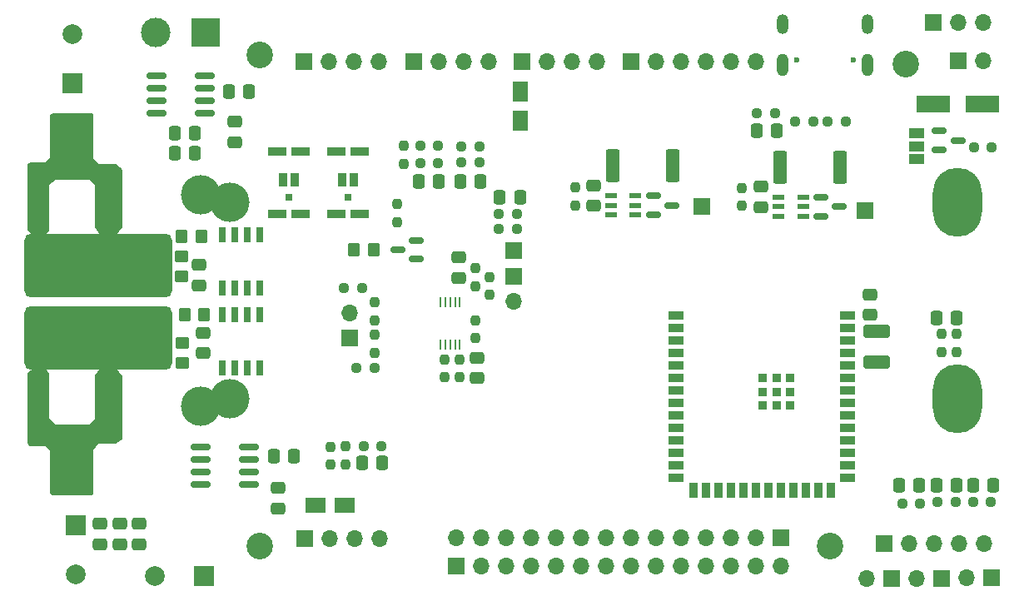
<source format=gbr>
%TF.GenerationSoftware,KiCad,Pcbnew,(6.0.1)*%
%TF.CreationDate,2022-09-27T15:52:51+02:00*%
%TF.ProjectId,WetterStationPCB,57657474-6572-4537-9461-74696f6e5043,rev?*%
%TF.SameCoordinates,Original*%
%TF.FileFunction,Soldermask,Bot*%
%TF.FilePolarity,Negative*%
%FSLAX46Y46*%
G04 Gerber Fmt 4.6, Leading zero omitted, Abs format (unit mm)*
G04 Created by KiCad (PCBNEW (6.0.1)) date 2022-09-27 15:52:51*
%MOMM*%
%LPD*%
G01*
G04 APERTURE LIST*
G04 Aperture macros list*
%AMRoundRect*
0 Rectangle with rounded corners*
0 $1 Rounding radius*
0 $2 $3 $4 $5 $6 $7 $8 $9 X,Y pos of 4 corners*
0 Add a 4 corners polygon primitive as box body*
4,1,4,$2,$3,$4,$5,$6,$7,$8,$9,$2,$3,0*
0 Add four circle primitives for the rounded corners*
1,1,$1+$1,$2,$3*
1,1,$1+$1,$4,$5*
1,1,$1+$1,$6,$7*
1,1,$1+$1,$8,$9*
0 Add four rect primitives between the rounded corners*
20,1,$1+$1,$2,$3,$4,$5,0*
20,1,$1+$1,$4,$5,$6,$7,0*
20,1,$1+$1,$6,$7,$8,$9,0*
20,1,$1+$1,$8,$9,$2,$3,0*%
%AMFreePoly0*
4,1,6,1.000000,0.000000,0.500000,-0.750000,-0.500000,-0.750000,-0.500000,0.750000,0.500000,0.750000,1.000000,0.000000,1.000000,0.000000,$1*%
G04 Aperture macros list end*
%ADD10C,0.200000*%
%ADD11R,1.700000X1.700000*%
%ADD12O,1.700000X1.700000*%
%ADD13R,2.000000X2.000000*%
%ADD14C,2.000000*%
%ADD15C,2.700000*%
%ADD16RoundRect,0.650000X6.850000X2.600000X-6.850000X2.600000X-6.850000X-2.600000X6.850000X-2.600000X0*%
%ADD17C,0.600000*%
%ADD18O,1.200000X2.000000*%
%ADD19O,1.200000X2.300000*%
%ADD20R,3.000000X3.000000*%
%ADD21C,3.000000*%
%ADD22C,4.000000*%
%ADD23O,5.000000X7.000000*%
%ADD24RoundRect,0.150000X0.587500X0.150000X-0.587500X0.150000X-0.587500X-0.150000X0.587500X-0.150000X0*%
%ADD25RoundRect,0.237500X-0.237500X0.250000X-0.237500X-0.250000X0.237500X-0.250000X0.237500X0.250000X0*%
%ADD26RoundRect,0.250000X-0.450000X0.350000X-0.450000X-0.350000X0.450000X-0.350000X0.450000X0.350000X0*%
%ADD27RoundRect,0.237500X0.250000X0.237500X-0.250000X0.237500X-0.250000X-0.237500X0.250000X-0.237500X0*%
%ADD28RoundRect,0.250000X0.337500X0.475000X-0.337500X0.475000X-0.337500X-0.475000X0.337500X-0.475000X0*%
%ADD29RoundRect,0.237500X-0.250000X-0.237500X0.250000X-0.237500X0.250000X0.237500X-0.250000X0.237500X0*%
%ADD30RoundRect,0.250000X-0.475000X0.337500X-0.475000X-0.337500X0.475000X-0.337500X0.475000X0.337500X0*%
%ADD31RoundRect,0.249999X-0.450001X-1.425001X0.450001X-1.425001X0.450001X1.425001X-0.450001X1.425001X0*%
%ADD32RoundRect,0.150000X-0.825000X-0.150000X0.825000X-0.150000X0.825000X0.150000X-0.825000X0.150000X0*%
%ADD33RoundRect,0.250000X0.350000X0.450000X-0.350000X0.450000X-0.350000X-0.450000X0.350000X-0.450000X0*%
%ADD34RoundRect,0.250000X-0.337500X-0.475000X0.337500X-0.475000X0.337500X0.475000X-0.337500X0.475000X0*%
%ADD35RoundRect,0.250000X-0.350000X-0.450000X0.350000X-0.450000X0.350000X0.450000X-0.350000X0.450000X0*%
%ADD36R,1.500000X1.000000*%
%ADD37RoundRect,0.237500X0.237500X-0.250000X0.237500X0.250000X-0.237500X0.250000X-0.237500X-0.250000X0*%
%ADD38R,1.500000X1.500000*%
%ADD39FreePoly0,180.000000*%
%ADD40FreePoly0,0.000000*%
%ADD41RoundRect,0.250000X0.450000X-0.350000X0.450000X0.350000X-0.450000X0.350000X-0.450000X-0.350000X0*%
%ADD42R,1.850000X0.900000*%
%ADD43R,0.750000X0.750000*%
%ADD44R,0.870000X1.450000*%
%ADD45RoundRect,0.150000X-0.587500X-0.150000X0.587500X-0.150000X0.587500X0.150000X-0.587500X0.150000X0*%
%ADD46RoundRect,0.250000X0.475000X-0.337500X0.475000X0.337500X-0.475000X0.337500X-0.475000X-0.337500X0*%
%ADD47R,0.700000X1.525000*%
%ADD48R,1.150000X0.600000*%
%ADD49R,0.250000X1.100000*%
%ADD50R,1.500000X0.900000*%
%ADD51R,0.900000X1.500000*%
%ADD52R,0.900000X0.900000*%
%ADD53R,3.500000X1.800000*%
%ADD54RoundRect,0.250000X-1.100000X0.412500X-1.100000X-0.412500X1.100000X-0.412500X1.100000X0.412500X0*%
%ADD55FreePoly0,270.000000*%
%ADD56FreePoly0,90.000000*%
G04 APERTURE END LIST*
D10*
X24000000Y-115100000D02*
X24000000Y-119600000D01*
X24000000Y-119600000D02*
X24600000Y-120200000D01*
X24600000Y-120200000D02*
X26400000Y-120200000D01*
X26400000Y-120200000D02*
X27000000Y-120700000D01*
X27000000Y-120700000D02*
X27000000Y-126500000D01*
X27000000Y-126500000D02*
X26500000Y-127100000D01*
X26500000Y-127100000D02*
X24800000Y-127100000D01*
X24800000Y-127100000D02*
X24400000Y-126500000D01*
X24400000Y-126500000D02*
X24400000Y-122200000D01*
X24400000Y-122200000D02*
X23800000Y-121600000D01*
X23800000Y-121600000D02*
X20200000Y-121600000D01*
X20200000Y-121600000D02*
X19500000Y-122200000D01*
X19500000Y-122200000D02*
X19500000Y-126900000D01*
X19500000Y-126900000D02*
X19300000Y-127100000D01*
X19300000Y-127100000D02*
X17800000Y-127100000D01*
X17800000Y-127100000D02*
X17500000Y-126800000D01*
X17500000Y-126800000D02*
X17500000Y-120200000D01*
X17500000Y-120200000D02*
X17700000Y-120000000D01*
X17700000Y-120000000D02*
X19300000Y-120000000D01*
X19300000Y-120000000D02*
X19800000Y-119500000D01*
X19800000Y-119500000D02*
X19800000Y-115200000D01*
X19800000Y-115200000D02*
X20000000Y-115000000D01*
X20000000Y-115000000D02*
X23900000Y-115000000D01*
X23900000Y-115000000D02*
X24000000Y-115100000D01*
G36*
X24000000Y-115100000D02*
G01*
X24000000Y-119600000D01*
X24600000Y-120200000D01*
X26400000Y-120200000D01*
X27000000Y-120700000D01*
X27000000Y-126500000D01*
X26500000Y-127100000D01*
X24800000Y-127100000D01*
X24400000Y-126500000D01*
X24400000Y-122200000D01*
X23800000Y-121600000D01*
X20200000Y-121600000D01*
X19500000Y-122200000D01*
X19500000Y-126900000D01*
X19300000Y-127100000D01*
X17800000Y-127100000D01*
X17500000Y-126800000D01*
X17500000Y-120200000D01*
X17700000Y-120000000D01*
X19300000Y-120000000D01*
X19800000Y-119500000D01*
X19800000Y-115200000D01*
X20000000Y-115000000D01*
X23900000Y-115000000D01*
X24000000Y-115100000D01*
G37*
X24000000Y-115100000D02*
X24000000Y-119600000D01*
X24600000Y-120200000D01*
X26400000Y-120200000D01*
X27000000Y-120700000D01*
X27000000Y-126500000D01*
X26500000Y-127100000D01*
X24800000Y-127100000D01*
X24400000Y-126500000D01*
X24400000Y-122200000D01*
X23800000Y-121600000D01*
X20200000Y-121600000D01*
X19500000Y-122200000D01*
X19500000Y-126900000D01*
X19300000Y-127100000D01*
X17800000Y-127100000D01*
X17500000Y-126800000D01*
X17500000Y-120200000D01*
X17700000Y-120000000D01*
X19300000Y-120000000D01*
X19800000Y-119500000D01*
X19800000Y-115200000D01*
X20000000Y-115000000D01*
X23900000Y-115000000D01*
X24000000Y-115100000D01*
X24000000Y-153600000D02*
X24000000Y-149100000D01*
X24000000Y-149100000D02*
X24600000Y-148500000D01*
X24600000Y-148500000D02*
X26400000Y-148500000D01*
X26400000Y-148500000D02*
X27000000Y-148000000D01*
X27000000Y-148000000D02*
X27000000Y-141700000D01*
X27000000Y-141700000D02*
X26500000Y-141100000D01*
X26500000Y-141100000D02*
X24800000Y-141100000D01*
X24800000Y-141100000D02*
X24400000Y-141600000D01*
X24400000Y-141600000D02*
X24400000Y-146100000D01*
X24400000Y-146100000D02*
X23800000Y-146700000D01*
X23800000Y-146700000D02*
X20200000Y-146700000D01*
X20200000Y-146700000D02*
X19500000Y-146000000D01*
X19500000Y-146000000D02*
X19500000Y-141400000D01*
X19500000Y-141400000D02*
X19300000Y-141100000D01*
X19300000Y-141100000D02*
X17800000Y-141100000D01*
X17800000Y-141100000D02*
X17500000Y-141400000D01*
X17500000Y-141400000D02*
X17500000Y-148500000D01*
X17500000Y-148500000D02*
X17700000Y-148700000D01*
X17700000Y-148700000D02*
X19300000Y-148700000D01*
X19300000Y-148700000D02*
X19800000Y-149200000D01*
X19800000Y-149200000D02*
X19800000Y-153500000D01*
X19800000Y-153500000D02*
X20000000Y-153700000D01*
X20000000Y-153700000D02*
X23900000Y-153700000D01*
X23900000Y-153700000D02*
X24000000Y-153600000D01*
G36*
X19500000Y-141400000D02*
G01*
X19500000Y-146000000D01*
X20200000Y-146700000D01*
X23800000Y-146700000D01*
X24400000Y-146100000D01*
X24400000Y-141600000D01*
X24800000Y-141100000D01*
X26500000Y-141100000D01*
X27000000Y-141700000D01*
X27000000Y-148000000D01*
X26400000Y-148500000D01*
X24600000Y-148500000D01*
X24000000Y-149100000D01*
X24000000Y-153600000D01*
X23900000Y-153700000D01*
X20000000Y-153700000D01*
X19800000Y-153500000D01*
X19800000Y-149200000D01*
X19300000Y-148700000D01*
X17700000Y-148700000D01*
X17500000Y-148500000D01*
X17500000Y-141400000D01*
X17800000Y-141100000D01*
X19300000Y-141100000D01*
X19500000Y-141400000D01*
G37*
X19500000Y-141400000D02*
X19500000Y-146000000D01*
X20200000Y-146700000D01*
X23800000Y-146700000D01*
X24400000Y-146100000D01*
X24400000Y-141600000D01*
X24800000Y-141100000D01*
X26500000Y-141100000D01*
X27000000Y-141700000D01*
X27000000Y-148000000D01*
X26400000Y-148500000D01*
X24600000Y-148500000D01*
X24000000Y-149100000D01*
X24000000Y-153600000D01*
X23900000Y-153700000D01*
X20000000Y-153700000D01*
X19800000Y-153500000D01*
X19800000Y-149200000D01*
X19300000Y-148700000D01*
X17700000Y-148700000D01*
X17500000Y-148500000D01*
X17500000Y-141400000D01*
X17800000Y-141100000D01*
X19300000Y-141100000D01*
X19500000Y-141400000D01*
D11*
%TO.C,J1*%
X50175000Y-137750000D03*
D12*
X50175000Y-135210000D03*
%TD*%
D13*
%TO.C,C33*%
X22300000Y-156800000D03*
D14*
X22300000Y-161800000D03*
%TD*%
D11*
%TO.C,J16*%
X112064729Y-109628803D03*
D12*
X114604729Y-109628803D03*
%TD*%
D11*
%TO.C,J13*%
X105289398Y-162238140D03*
D12*
X102749398Y-162238140D03*
%TD*%
D11*
%TO.C,J2*%
X61000000Y-160975000D03*
D12*
X63540000Y-160975000D03*
X66080000Y-160975000D03*
X68620000Y-160975000D03*
X71160000Y-160975000D03*
X73700000Y-160975000D03*
X76240000Y-160975000D03*
X78780000Y-160975000D03*
X81320000Y-160975000D03*
X83860000Y-160975000D03*
X86400000Y-160975000D03*
X88940000Y-160975000D03*
X91480000Y-160975000D03*
X94020000Y-160975000D03*
%TD*%
D11*
%TO.C,J6*%
X66900000Y-131500000D03*
D12*
X66900000Y-134040000D03*
%TD*%
D11*
%TO.C,J4*%
X78780000Y-109675000D03*
D12*
X81320000Y-109675000D03*
X83860000Y-109675000D03*
X86400000Y-109675000D03*
X88940000Y-109675000D03*
X91480000Y-109675000D03*
%TD*%
D11*
%TO.C,U7*%
X67705000Y-109700000D03*
D12*
X70245000Y-109700000D03*
X72785000Y-109700000D03*
X75325000Y-109700000D03*
%TD*%
D11*
%TO.C,U4*%
X45505000Y-109700000D03*
D12*
X48045000Y-109700000D03*
X50585000Y-109700000D03*
X53125000Y-109700000D03*
%TD*%
D11*
%TO.C,J15*%
X115475000Y-162200000D03*
D12*
X112935000Y-162200000D03*
%TD*%
D15*
%TO.C,H4*%
X41000000Y-159000000D03*
%TD*%
D11*
%TO.C,U5*%
X56705000Y-109700000D03*
D12*
X59245000Y-109700000D03*
X61785000Y-109700000D03*
X64325000Y-109700000D03*
%TD*%
D15*
%TO.C,H3*%
X41000000Y-109000000D03*
%TD*%
D13*
%TO.C,C21*%
X22000000Y-111867677D03*
D14*
X22000000Y-106867677D03*
%TD*%
D13*
%TO.C,C28*%
X35367677Y-162000000D03*
D14*
X30367677Y-162000000D03*
%TD*%
D11*
%TO.C,J8*%
X109575000Y-105675000D03*
D12*
X112115000Y-105675000D03*
X114655000Y-105675000D03*
%TD*%
D11*
%TO.C,J14*%
X110383635Y-162239472D03*
D12*
X107843635Y-162239472D03*
%TD*%
D16*
%TO.C,L1*%
X24605000Y-130395000D03*
X24605000Y-137795000D03*
%TD*%
D11*
%TO.C,J7*%
X66887500Y-128900000D03*
%TD*%
D17*
%TO.C,P1*%
X95610000Y-109525000D03*
X101390000Y-109525000D03*
D18*
X94180000Y-105835000D03*
D19*
X102820000Y-110005000D03*
D18*
X102820000Y-105835000D03*
D19*
X94180000Y-110005000D03*
%TD*%
D20*
%TO.C,J17*%
X35540000Y-106700000D03*
D21*
X30460000Y-106700000D03*
%TD*%
D15*
%TO.C,H1*%
X99000000Y-159000000D03*
%TD*%
D22*
%TO.C,BT1*%
X35000000Y-144750000D03*
X38000000Y-144000000D03*
X35000000Y-123250000D03*
X38000000Y-124000000D03*
D23*
X112000000Y-124000000D03*
X112000000Y-144000000D03*
%TD*%
D15*
%TO.C,H2*%
X106700000Y-109900000D03*
%TD*%
D11*
%TO.C,U1*%
X45600000Y-158200000D03*
D12*
X48140000Y-158200000D03*
X50680000Y-158200000D03*
X53220000Y-158200000D03*
%TD*%
D11*
%TO.C,J3*%
X104525000Y-158700000D03*
D12*
X107065000Y-158700000D03*
X109605000Y-158700000D03*
X112145000Y-158700000D03*
X114685000Y-158700000D03*
%TD*%
D11*
%TO.C,J5*%
X94000000Y-158100000D03*
D12*
X91460000Y-158100000D03*
X88920000Y-158100000D03*
X86380000Y-158100000D03*
X83840000Y-158100000D03*
X81300000Y-158100000D03*
X78760000Y-158100000D03*
X76220000Y-158100000D03*
X73680000Y-158100000D03*
X71140000Y-158100000D03*
X68600000Y-158100000D03*
X66060000Y-158100000D03*
X63520000Y-158100000D03*
X60980000Y-158100000D03*
%TD*%
D24*
%TO.C,Q1*%
X56937500Y-127850000D03*
X56937500Y-129750000D03*
X55062500Y-128800000D03*
%TD*%
D25*
%TO.C,R24*%
X111900000Y-137387500D03*
X111900000Y-139212500D03*
%TD*%
D26*
%TO.C,R35*%
X33100000Y-129500000D03*
X33100000Y-131500000D03*
%TD*%
D27*
%TO.C,R5*%
X59200000Y-120000000D03*
X57375000Y-120000000D03*
%TD*%
D28*
%TO.C,C7*%
X53494866Y-150450824D03*
X51419866Y-150450824D03*
%TD*%
D29*
%TO.C,R7*%
X61550000Y-119900000D03*
X63375000Y-119900000D03*
%TD*%
D25*
%TO.C,R18*%
X73100000Y-122487500D03*
X73100000Y-124312500D03*
%TD*%
D30*
%TO.C,C27*%
X28788699Y-156694548D03*
X28788699Y-158769548D03*
%TD*%
D31*
%TO.C,R20*%
X76950000Y-120300000D03*
X83050000Y-120300000D03*
%TD*%
D32*
%TO.C,U2*%
X30525000Y-114905000D03*
X30525000Y-113635000D03*
X30525000Y-112365000D03*
X30525000Y-111095000D03*
X35475000Y-111095000D03*
X35475000Y-112365000D03*
X35475000Y-113635000D03*
X35475000Y-114905000D03*
%TD*%
D27*
%TO.C,R15*%
X67200000Y-125200000D03*
X65375000Y-125200000D03*
%TD*%
D28*
%TO.C,C4*%
X63500000Y-121900000D03*
X61425000Y-121900000D03*
%TD*%
%TO.C,C5*%
X59261962Y-121891118D03*
X57186962Y-121891118D03*
%TD*%
D29*
%TO.C,R14*%
X65375000Y-126700000D03*
X67200000Y-126700000D03*
%TD*%
D31*
%TO.C,R21*%
X93987500Y-120450000D03*
X100087500Y-120450000D03*
%TD*%
D33*
%TO.C,R16*%
X52600000Y-128800000D03*
X50600000Y-128800000D03*
%TD*%
D11*
%TO.C,J10*%
X86000000Y-124398209D03*
%TD*%
D34*
%TO.C,C8*%
X37900000Y-112700000D03*
X39975000Y-112700000D03*
%TD*%
D35*
%TO.C,R39*%
X33400000Y-135400000D03*
X35400000Y-135400000D03*
%TD*%
D34*
%TO.C,C16*%
X106062500Y-152800000D03*
X108137500Y-152800000D03*
%TD*%
D36*
%TO.C,JP6*%
X107857500Y-117000000D03*
X107857500Y-118300000D03*
X107857500Y-119600000D03*
%TD*%
D25*
%TO.C,R19*%
X90037500Y-122537500D03*
X90037500Y-124362500D03*
%TD*%
D28*
%TO.C,C1*%
X93637500Y-116700000D03*
X91562500Y-116700000D03*
%TD*%
D27*
%TO.C,R10*%
X53433644Y-148800000D03*
X51608644Y-148800000D03*
%TD*%
D32*
%TO.C,U6*%
X35025000Y-152705000D03*
X35025000Y-151435000D03*
X35025000Y-150165000D03*
X35025000Y-148895000D03*
X39975000Y-148895000D03*
X39975000Y-150165000D03*
X39975000Y-151435000D03*
X39975000Y-152705000D03*
%TD*%
D28*
%TO.C,C10*%
X67525000Y-123500000D03*
X65450000Y-123500000D03*
%TD*%
D27*
%TO.C,R6*%
X63377228Y-118278860D03*
X61552228Y-118278860D03*
%TD*%
D37*
%TO.C,R17*%
X55000000Y-126000000D03*
X55000000Y-124175000D03*
%TD*%
%TO.C,R25*%
X110400000Y-139212500D03*
X110400000Y-137387500D03*
%TD*%
D27*
%TO.C,R36*%
X51412500Y-132700000D03*
X49587500Y-132700000D03*
%TD*%
D38*
%TO.C,JP1*%
X49400000Y-154800000D03*
X47000000Y-154800000D03*
D39*
X50200000Y-154800000D03*
D40*
X46200000Y-154800000D03*
%TD*%
D41*
%TO.C,R38*%
X33200000Y-140300000D03*
X33200000Y-138300000D03*
%TD*%
D42*
%TO.C,Q3*%
X42825000Y-118800000D03*
X42825000Y-125200000D03*
X45175000Y-118800000D03*
X45175000Y-125200000D03*
D43*
X44000000Y-123450000D03*
D44*
X44610000Y-121700000D03*
X43390000Y-121700000D03*
%TD*%
D45*
%TO.C,Q6*%
X110162500Y-118650000D03*
X110162500Y-116750000D03*
X112037500Y-117700000D03*
%TD*%
D46*
%TO.C,C13*%
X75000000Y-124337500D03*
X75000000Y-122262500D03*
%TD*%
D28*
%TO.C,C18*%
X111937500Y-135800000D03*
X109862500Y-135800000D03*
%TD*%
D45*
%TO.C,Q4*%
X81062500Y-125250000D03*
X81062500Y-123350000D03*
X82937500Y-124300000D03*
%TD*%
D30*
%TO.C,C25*%
X35300000Y-137262500D03*
X35300000Y-139337500D03*
%TD*%
D42*
%TO.C,Q2*%
X51175000Y-118800000D03*
X51175000Y-125200000D03*
X48825000Y-125200000D03*
X48825000Y-118800000D03*
D43*
X50000000Y-123450000D03*
D44*
X49390000Y-121700000D03*
X50610000Y-121700000D03*
%TD*%
D45*
%TO.C,Q5*%
X98100000Y-125400000D03*
X98100000Y-123500000D03*
X99975000Y-124450000D03*
%TD*%
D35*
%TO.C,R34*%
X33100000Y-127500000D03*
X35100000Y-127500000D03*
%TD*%
D47*
%TO.C,IC5*%
X41005000Y-140812000D03*
X39735000Y-140812000D03*
X38465000Y-140812000D03*
X37195000Y-140812000D03*
X37195000Y-135388000D03*
X38465000Y-135388000D03*
X39735000Y-135388000D03*
X41005000Y-135388000D03*
%TD*%
D27*
%TO.C,R26*%
X108212500Y-154600000D03*
X106387500Y-154600000D03*
%TD*%
D48*
%TO.C,IC3*%
X93787500Y-125400000D03*
X93787500Y-124450000D03*
X93787500Y-123500000D03*
X96287500Y-123500000D03*
X96287500Y-124450000D03*
X96287500Y-125400000D03*
%TD*%
D27*
%TO.C,R30*%
X115477753Y-118365674D03*
X113652753Y-118365674D03*
%TD*%
D34*
%TO.C,C19*%
X32361722Y-118990647D03*
X34436722Y-118990647D03*
%TD*%
%TO.C,C20*%
X113562500Y-152800000D03*
X115637500Y-152800000D03*
%TD*%
%TO.C,C22*%
X32362500Y-117000000D03*
X34437500Y-117000000D03*
%TD*%
D25*
%TO.C,R22*%
X61400000Y-139987500D03*
X61400000Y-141812500D03*
%TD*%
D46*
%TO.C,C9*%
X61300000Y-131675000D03*
X61300000Y-129600000D03*
%TD*%
D25*
%TO.C,R9*%
X49750888Y-148840468D03*
X49750888Y-150665468D03*
%TD*%
D34*
%TO.C,C17*%
X109862500Y-152800000D03*
X111937500Y-152800000D03*
%TD*%
D25*
%TO.C,R4*%
X55703291Y-118253689D03*
X55703291Y-120078689D03*
%TD*%
D27*
%TO.C,R27*%
X111812500Y-154500000D03*
X109987500Y-154500000D03*
%TD*%
D49*
%TO.C,U3*%
X61400000Y-138450000D03*
X60900000Y-138450000D03*
X60400000Y-138450000D03*
X59900000Y-138450000D03*
X59400000Y-138450000D03*
X59400000Y-134150000D03*
X59900000Y-134150000D03*
X60400000Y-134150000D03*
X60900000Y-134150000D03*
X61400000Y-134150000D03*
%TD*%
D30*
%TO.C,C6*%
X38500000Y-115800000D03*
X38500000Y-117875000D03*
%TD*%
D29*
%TO.C,R29*%
X98787500Y-115756250D03*
X100612500Y-115756250D03*
%TD*%
D25*
%TO.C,R32*%
X52700000Y-134187500D03*
X52700000Y-136012500D03*
%TD*%
D30*
%TO.C,C11*%
X42900000Y-153062500D03*
X42900000Y-155137500D03*
%TD*%
D50*
%TO.C,IC1*%
X100850000Y-135540000D03*
X100850000Y-136810000D03*
X100850000Y-138080000D03*
X100850000Y-139350000D03*
X100850000Y-140620000D03*
X100850000Y-141890000D03*
X100850000Y-143160000D03*
X100850000Y-144430000D03*
X100850000Y-145700000D03*
X100850000Y-146970000D03*
X100850000Y-148240000D03*
X100850000Y-149510000D03*
X100850000Y-150780000D03*
X100850000Y-152050000D03*
D51*
X99085000Y-153300000D03*
X97815000Y-153300000D03*
X96545000Y-153300000D03*
X95275000Y-153300000D03*
X94005000Y-153300000D03*
X92735000Y-153300000D03*
X91465000Y-153300000D03*
X90195000Y-153300000D03*
X88925000Y-153300000D03*
X87655000Y-153300000D03*
X86385000Y-153300000D03*
X85115000Y-153300000D03*
D50*
X83350000Y-152050000D03*
X83350000Y-150780000D03*
X83350000Y-149510000D03*
X83350000Y-148240000D03*
X83350000Y-146970000D03*
X83350000Y-145700000D03*
X83350000Y-144430000D03*
X83350000Y-143160000D03*
X83350000Y-141890000D03*
X83350000Y-140620000D03*
X83350000Y-139350000D03*
X83350000Y-138080000D03*
X83350000Y-136810000D03*
X83350000Y-135540000D03*
D52*
X93600000Y-143260000D03*
X93600000Y-141860000D03*
X95000000Y-141860000D03*
X95000000Y-143260000D03*
X95000000Y-144660000D03*
X93600000Y-144660000D03*
X92200000Y-144660000D03*
X92200000Y-143260000D03*
X92200000Y-141860000D03*
%TD*%
D34*
%TO.C,C12*%
X42462500Y-149800000D03*
X44537500Y-149800000D03*
%TD*%
D30*
%TO.C,C23*%
X24800000Y-156700000D03*
X24800000Y-158775000D03*
%TD*%
D46*
%TO.C,C24*%
X34900000Y-132437500D03*
X34900000Y-130362500D03*
%TD*%
%TO.C,C14*%
X92037500Y-124487500D03*
X92037500Y-122412500D03*
%TD*%
D37*
%TO.C,R12*%
X64400000Y-133412500D03*
X64400000Y-131587500D03*
%TD*%
%TO.C,R11*%
X63000000Y-137812500D03*
X63000000Y-135987500D03*
%TD*%
D53*
%TO.C,D1*%
X114500000Y-114000000D03*
X109500000Y-114000000D03*
%TD*%
D48*
%TO.C,IC2*%
X76750000Y-125250000D03*
X76750000Y-124300000D03*
X76750000Y-123350000D03*
X79250000Y-123350000D03*
X79250000Y-124300000D03*
X79250000Y-125250000D03*
%TD*%
D54*
%TO.C,C2*%
X103800000Y-137137500D03*
X103800000Y-140262500D03*
%TD*%
D37*
%TO.C,R23*%
X59848657Y-141801419D03*
X59848657Y-139976419D03*
%TD*%
D27*
%TO.C,R28*%
X97312500Y-115756250D03*
X95487500Y-115756250D03*
%TD*%
%TO.C,R37*%
X52712500Y-140800000D03*
X50887500Y-140800000D03*
%TD*%
D11*
%TO.C,J11*%
X102600000Y-124800000D03*
%TD*%
D25*
%TO.C,R33*%
X52700000Y-137487500D03*
X52700000Y-139312500D03*
%TD*%
D46*
%TO.C,C3*%
X103100000Y-135437500D03*
X103100000Y-133362500D03*
%TD*%
D27*
%TO.C,R3*%
X59171983Y-118269978D03*
X57346983Y-118269978D03*
%TD*%
D38*
%TO.C,JP3*%
X67500000Y-113000000D03*
X67500000Y-115400000D03*
D55*
X67500000Y-112200000D03*
D56*
X67500000Y-116200000D03*
%TD*%
D27*
%TO.C,R31*%
X115412500Y-154500000D03*
X113587500Y-154500000D03*
%TD*%
D30*
%TO.C,C26*%
X26800000Y-156700000D03*
X26800000Y-158775000D03*
%TD*%
D37*
%TO.C,R8*%
X48232788Y-150698711D03*
X48232788Y-148873711D03*
%TD*%
%TO.C,R13*%
X63000000Y-132512500D03*
X63000000Y-130687500D03*
%TD*%
D30*
%TO.C,C15*%
X63150801Y-139818175D03*
X63150801Y-141893175D03*
%TD*%
D29*
%TO.C,R1*%
X91587500Y-114900000D03*
X93412500Y-114900000D03*
%TD*%
D47*
%TO.C,IC4*%
X37230000Y-127288000D03*
X38500000Y-127288000D03*
X39770000Y-127288000D03*
X41040000Y-127288000D03*
X41040000Y-132712000D03*
X39770000Y-132712000D03*
X38500000Y-132712000D03*
X37230000Y-132712000D03*
%TD*%
M02*

</source>
